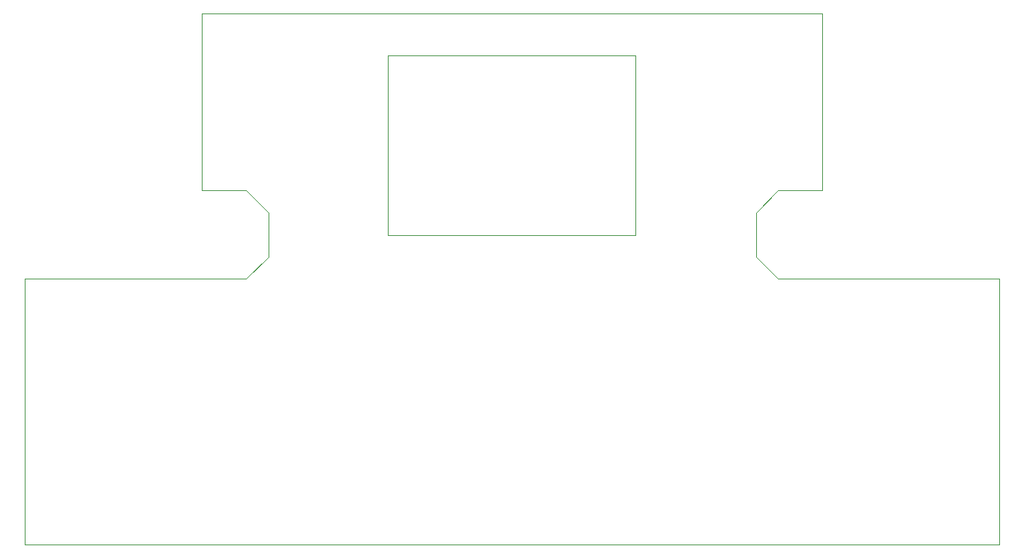
<source format=gbr>
%TF.GenerationSoftware,KiCad,Pcbnew,7.0.9*%
%TF.CreationDate,2024-10-01T14:40:40+09:00*%
%TF.ProjectId,03-front,30332d66-726f-46e7-942e-6b696361645f,rev?*%
%TF.SameCoordinates,Original*%
%TF.FileFunction,Profile,NP*%
%FSLAX46Y46*%
G04 Gerber Fmt 4.6, Leading zero omitted, Abs format (unit mm)*
G04 Created by KiCad (PCBNEW 7.0.9) date 2024-10-01 14:40:40*
%MOMM*%
%LPD*%
G01*
G04 APERTURE LIST*
%TA.AperFunction,Profile*%
%ADD10C,0.100000*%
%TD*%
%TA.AperFunction,Profile*%
%ADD11C,0.050000*%
%TD*%
G04 APERTURE END LIST*
D10*
X190000000Y-80000000D02*
X185000000Y-80000000D01*
X182500000Y-82500000D01*
X182500000Y-87500000D01*
X185000000Y-90000000D01*
X210000000Y-90000000D01*
X210000000Y-120000000D01*
X100000000Y-120000000D01*
X100000000Y-90000000D01*
X105000000Y-90000000D01*
X125000000Y-90000000D01*
X127500000Y-87500000D01*
X127500000Y-82500000D01*
X125000000Y-80000000D01*
X120000000Y-80000000D01*
X120000000Y-60000000D01*
X190000000Y-60000000D01*
X190000000Y-80000000D01*
D11*
%TO.C,U7*%
X140970000Y-64770000D02*
X168910000Y-64770000D01*
X168910000Y-64770000D02*
X168910000Y-85090000D01*
X168910000Y-85090000D02*
X140970000Y-85090000D01*
X140970000Y-85090000D02*
X140970000Y-64770000D01*
%TD*%
M02*

</source>
